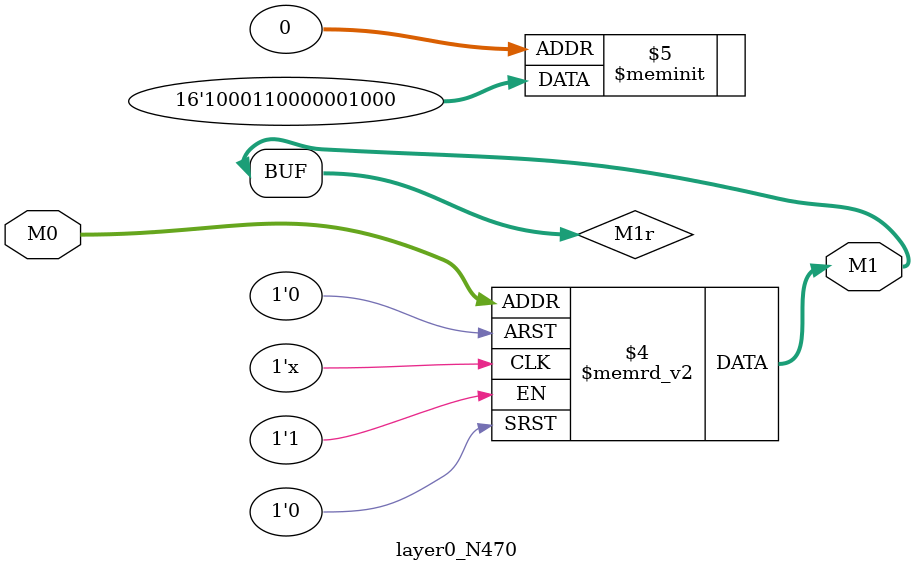
<source format=v>
module layer0_N470 ( input [2:0] M0, output [1:0] M1 );

	(*rom_style = "distributed" *) reg [1:0] M1r;
	assign M1 = M1r;
	always @ (M0) begin
		case (M0)
			3'b000: M1r = 2'b00;
			3'b100: M1r = 2'b00;
			3'b010: M1r = 2'b00;
			3'b110: M1r = 2'b00;
			3'b001: M1r = 2'b10;
			3'b101: M1r = 2'b11;
			3'b011: M1r = 2'b00;
			3'b111: M1r = 2'b10;

		endcase
	end
endmodule

</source>
